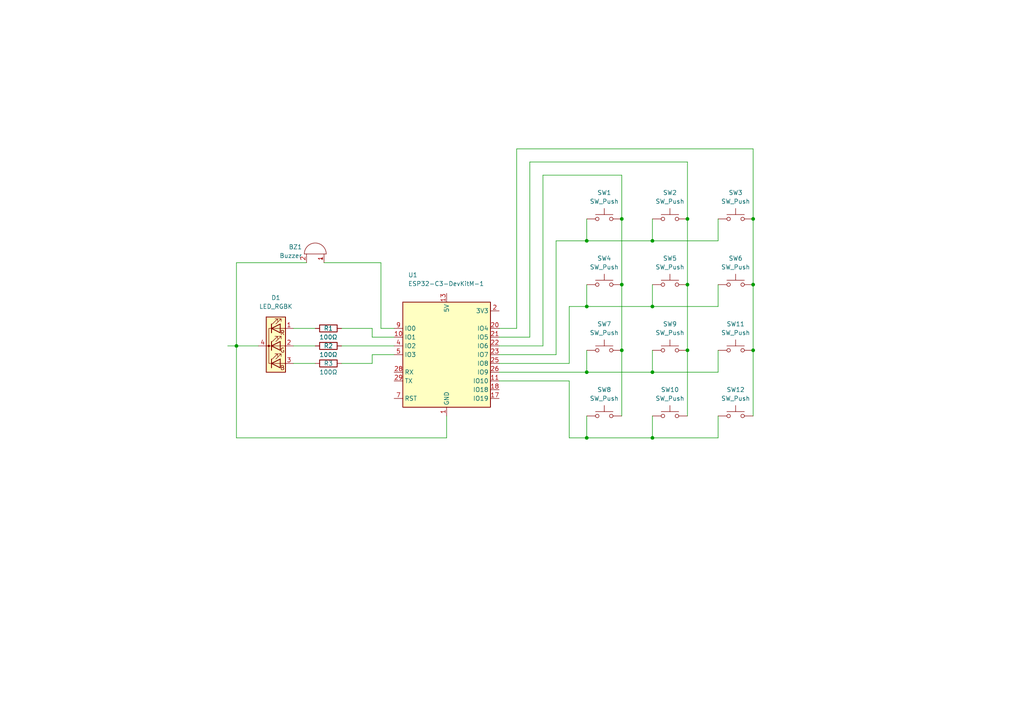
<source format=kicad_sch>
(kicad_sch (version 20250114) (generator "eeschema") (generator_version "9.0")
  (paper "A4")
  (title_block (title "Inlämning 04: Digitalteknik och Elektronik"))
  (lib_symbols
    (symbol "Device:Buzzer" (pin_names (offset 0.0254) (hide yes))
      (property "Reference" "BZ" (at 3.81 1.27 0))
      (property "Value" "Buzzer" (at 3.81 -1.27 0))
      (symbol "Buzzer_0_1"
        (polyline (pts (xy -1.651 1.905) (xy -1.143 1.905)))
        (polyline (pts (xy -1.397 2.159) (xy -1.397 1.651)))
        (arc (start 0 3.175) (mid 3.1612 0) (end 0 -3.175))
        (polyline (pts (xy 0 3.175) (xy 0 -3.175)))
      )
      (symbol "Buzzer_1_1"
        (pin passive line (at -2.54 2.54 0) (length 2.54) (name "+") (number "1"))
        (pin passive line (at -2.54 -2.54 0) (length 2.54) (name "-") (number "2"))
      )
    )
    (symbol "Device:LED_RGBK" (pin_names (offset 0) (hide yes))
      (property "Reference" "D" (at 0 9.398 0))
      (property "Value" "LED_RGBK" (at 0 -8.89 0))
      (symbol "LED_RGBK_0_0"
        (text "R" (at 1.905 3.81 0) (effects (font (size 1.27 1.27))))
        (text "G" (at 1.905 -1.27 0) (effects (font (size 1.27 1.27))))
        (text "B" (at 1.905 -6.35 0) (effects (font (size 1.27 1.27))))
      )
      (symbol "LED_RGBK_0_1"
        (circle (center -2.032 0) (radius 0.254) (fill (type outline)))
        (polyline (pts (xy -1.27 6.35) (xy -1.27 3.81)) (stroke (width 0.254)))
        (polyline (pts (xy -1.27 6.35) (xy -1.27 3.81) (xy -1.27 3.81)))
        (polyline (pts (xy -1.27 5.08) (xy 1.27 5.08)))
        (polyline (pts (xy -1.27 5.08) (xy -2.032 5.08) (xy -2.032 -5.08) (xy -1.016 -5.08)))
        (polyline (pts (xy -1.27 1.27) (xy -1.27 -1.27)) (stroke (width 0.254)))
        (polyline (pts (xy -1.27 1.27) (xy -1.27 -1.27) (xy -1.27 -1.27)))
        (polyline (pts (xy -1.27 0) (xy -2.54 0)))
        (polyline (pts (xy -1.27 -3.81) (xy -1.27 -6.35)) (stroke (width 0.254)))
        (polyline (pts (xy -1.27 -5.08) (xy 1.27 -5.08)))
        (polyline (pts (xy -1.016 6.35) (xy 0.508 7.874) (xy -0.254 7.874) (xy 0.508 7.874) (xy 0.508 7.112)))
        (polyline (pts (xy -1.016 1.27) (xy 0.508 2.794) (xy -0.254 2.794) (xy 0.508 2.794) (xy 0.508 2.032)))
        (polyline (pts (xy -1.016 -3.81) (xy 0.508 -2.286) (xy -0.254 -2.286) (xy 0.508 -2.286) (xy 0.508 -3.048)))
        (polyline (pts (xy 0 6.35) (xy 1.524 7.874) (xy 0.762 7.874) (xy 1.524 7.874) (xy 1.524 7.112)))
        (polyline (pts (xy 0 1.27) (xy 1.524 2.794) (xy 0.762 2.794) (xy 1.524 2.794) (xy 1.524 2.032)))
        (polyline (pts (xy 0 -3.81) (xy 1.524 -2.286) (xy 0.762 -2.286) (xy 1.524 -2.286) (xy 1.524 -3.048)))
        (polyline (pts (xy 1.27 6.35) (xy 1.27 3.81) (xy -1.27 5.08) (xy 1.27 6.35)) (stroke (width 0.254)))
        (rectangle (start 1.27 6.35) (end 1.27 6.35))
        (polyline (pts (xy 1.27 5.08) (xy 2.54 5.08)))
        (rectangle (start 1.27 3.81) (end 1.27 6.35))
        (polyline (pts (xy 1.27 1.27) (xy 1.27 -1.27) (xy -1.27 0) (xy 1.27 1.27)) (stroke (width 0.254)))
        (rectangle (start 1.27 1.27) (end 1.27 1.27))
        (polyline (pts (xy 1.27 0) (xy -1.27 0)))
        (polyline (pts (xy 1.27 0) (xy 2.54 0)))
        (rectangle (start 1.27 -1.27) (end 1.27 1.27))
        (polyline (pts (xy 1.27 -3.81) (xy 1.27 -6.35) (xy -1.27 -5.08) (xy 1.27 -3.81)) (stroke (width 0.254)))
        (polyline (pts (xy 1.27 -5.08) (xy 2.54 -5.08)))
        (rectangle (start 2.794 8.382) (end -2.794 -7.62) (stroke (width 0.254)) (fill (type background)))
      )
      (symbol "LED_RGBK_1_1"
        (pin passive line (at -5.08 0 0) (length 2.54) (name "K") (number "4"))
        (pin passive line (at 5.08 5.08 180) (length 2.54) (name "RA") (number "1"))
        (pin passive line (at 5.08 0 180) (length 2.54) (name "GA") (number "2"))
        (pin passive line (at 5.08 -5.08 180) (length 2.54) (name "BA") (number "3"))
      )
    )
    (symbol "Device:R" (pin_numbers (hide yes)) (pin_names (offset 0))
      (property "Reference" "R" (at 2.032 0 90))
      (property "Value" "R" (at 0 0 90))
      (symbol "R_0_1"
        (rectangle (start -1.016 -2.54) (end 1.016 2.54) (stroke (width 0.254)))
      )
      (symbol "R_1_1"
        (pin passive line (at 0 3.81 270) (length 1.27) (name "~") (number "1"))
        (pin passive line (at 0 -3.81 90) (length 1.27) (name "~") (number "2"))
      )
    )
    (symbol "RF_Module:ESP32-C3-DevKitM-1"
      (property "Reference" "U" (at 7.62 16.51 0))
      (property "Value" "ESP32-C3-DevKitM-1" (at 11.684 -16.764 0))
      (symbol "ESP32-C3-DevKitM-1_1_1"
        (rectangle (start -12.7 15.24) (end 12.7 -15.24) (stroke (width 0.254)) (fill (type background)))
        (pin bidirectional line (at -15.24 7.62 0) (length 2.54) (name "IO0") (number "9"))
        (pin bidirectional line (at -15.24 5.08 0) (length 2.54) (name "IO1") (number "10"))
        (pin bidirectional line (at -15.24 2.54 0) (length 2.54) (name "IO2") (number "4"))
        (pin bidirectional line (at -15.24 0 0) (length 2.54) (name "IO3") (number "5"))
        (pin input line (at -15.24 -5.08 0) (length 2.54) (name "RX") (number "28"))
        (pin output line (at -15.24 -7.62 0) (length 2.54) (name "TX") (number "29"))
        (pin input line (at -15.24 -12.7 0) (length 2.54) (name "RST") (number "7"))
        (pin passive line (at 0 17.78 270) (length 2.54) (name "5V") (number "13"))
        (pin passive line (at 0 17.78 270) (length 2.54) (hide yes) (name "5V") (number "14"))
        (pin power_in line (at 0 -17.78 90) (length 2.54) (name "GND") (number "1"))
        (pin passive line (at 0 -17.78 90) (length 2.54) (hide yes) (name "GND") (number "12"))
        (pin passive line (at 0 -17.78 90) (length 2.54) (hide yes) (name "GND") (number "15"))
        (pin passive line (at 0 -17.78 90) (length 2.54) (hide yes) (name "GND") (number "16"))
        (pin passive line (at 0 -17.78 90) (length 2.54) (hide yes) (name "GND") (number "19"))
        (pin passive line (at 0 -17.78 90) (length 2.54) (hide yes) (name "GND") (number "24"))
        (pin passive line (at 0 -17.78 90) (length 2.54) (hide yes) (name "GND") (number "27"))
        (pin passive line (at 0 -17.78 90) (length 2.54) (hide yes) (name "GND") (number "30"))
        (pin passive line (at 0 -17.78 90) (length 2.54) (hide yes) (name "GND") (number "6"))
        (pin passive line (at 0 -17.78 90) (length 2.54) (hide yes) (name "GND") (number "8"))
        (pin power_out line (at 15.24 12.7 180) (length 2.54) (name "3V3") (number "2"))
        (pin passive line (at 15.24 12.7 180) (length 2.54) (hide yes) (name "3V3") (number "3"))
        (pin bidirectional line (at 15.24 7.62 180) (length 2.54) (name "IO4") (number "20"))
        (pin bidirectional line (at 15.24 5.08 180) (length 2.54) (name "IO5") (number "21"))
        (pin bidirectional line (at 15.24 2.54 180) (length 2.54) (name "IO6") (number "22"))
        (pin bidirectional line (at 15.24 0 180) (length 2.54) (name "IO7") (number "23"))
        (pin bidirectional line (at 15.24 -2.54 180) (length 2.54) (name "IO8") (number "25"))
        (pin bidirectional line (at 15.24 -5.08 180) (length 2.54) (name "IO9") (number "26"))
        (pin bidirectional line (at 15.24 -7.62 180) (length 2.54) (name "IO10") (number "11"))
        (pin bidirectional line (at 15.24 -10.16 180) (length 2.54) (name "IO18") (number "18"))
        (pin bidirectional line (at 15.24 -12.7 180) (length 2.54) (name "IO19") (number "17"))
      )
    )
    (symbol "Switch:SW_Push" (pin_numbers (hide yes)) (pin_names (offset 1.016) (hide yes))
      (property "Reference" "SW" (at 1.27 2.54 0))
      (property "Value" "SW_Push" (at 0 -1.524 0))
      (symbol "SW_Push_0_1"
        (circle (center -2.032 0) (radius 0.508))
        (polyline (pts (xy 0 1.27) (xy 0 3.048)))
        (circle (center 2.032 0) (radius 0.508))
        (polyline (pts (xy 2.54 1.27) (xy -2.54 1.27)))
        (pin passive line (at -5.08 0 0) (length 2.54) (name "1") (number "1"))
        (pin passive line (at 5.08 0 180) (length 2.54) (name "2") (number "2"))
      )
    )
  )
  (junction (at 170.18 107.95))
  (junction (at 189.23 88.9))
  (junction (at 189.23 107.95))
  (junction (at 189.23 69.85))
  (junction (at 218.44 101.6))
  (junction (at 199.39 63.5))
  (junction (at 218.44 82.55))
  (junction (at 199.39 101.6))
  (junction (at 170.18 127))
  (junction (at 68.58 100.33))
  (junction (at 180.34 82.55))
  (junction (at 199.39 82.55))
  (junction (at 170.18 69.85))
  (junction (at 180.34 63.5))
  (junction (at 189.23 127))
  (junction (at 180.34 101.6))
  (junction (at 218.44 63.5))
  (junction (at 170.18 88.9))
  (wire (pts (xy 218.44 43.18) (xy 149.86 43.18)))
  (wire (pts (xy 85.09 105.41) (xy 91.44 105.41)))
  (wire (pts (xy 199.39 63.5) (xy 199.39 82.55)))
  (wire (pts (xy 170.18 107.95) (xy 144.78 107.95)))
  (wire (pts (xy 85.09 100.33) (xy 91.44 100.33)))
  (wire (pts (xy 161.29 102.87) (xy 144.78 102.87)))
  (wire (pts (xy 189.23 88.9) (xy 170.18 88.9)))
  (wire (pts (xy 189.23 69.85) (xy 170.18 69.85)))
  (wire (pts (xy 189.23 63.5) (xy 189.23 69.85)))
  (wire (pts (xy 153.67 97.79) (xy 144.78 97.79)))
  (wire (pts (xy 218.44 101.6) (xy 218.44 120.65)))
  (wire (pts (xy 107.95 95.25) (xy 107.95 97.79)))
  (wire (pts (xy 110.49 95.25) (xy 114.3 95.25)))
  (wire (pts (xy 208.28 69.85) (xy 189.23 69.85)))
  (wire (pts (xy 110.49 76.2) (xy 110.49 95.25)))
  (wire (pts (xy 149.86 95.25) (xy 144.78 95.25)))
  (wire (pts (xy 93.98 76.2) (xy 110.49 76.2)))
  (wire (pts (xy 180.34 63.5) (xy 180.34 50.8)))
  (wire (pts (xy 107.95 97.79) (xy 114.3 97.79)))
  (wire (pts (xy 68.58 100.33) (xy 66.04 100.33)))
  (wire (pts (xy 208.28 101.6) (xy 208.28 107.95)))
  (wire (pts (xy 208.28 107.95) (xy 189.23 107.95)))
  (wire (pts (xy 99.06 100.33) (xy 114.3 100.33)))
  (wire (pts (xy 170.18 82.55) (xy 170.18 88.9)))
  (wire (pts (xy 149.86 43.18) (xy 149.86 95.25)))
  (wire (pts (xy 170.18 127) (xy 189.23 127)))
  (wire (pts (xy 189.23 101.6) (xy 189.23 107.95)))
  (wire (pts (xy 74.93 100.33) (xy 68.58 100.33)))
  (wire (pts (xy 129.54 120.65) (xy 129.54 127)))
  (wire (pts (xy 99.06 105.41) (xy 107.95 105.41)))
  (wire (pts (xy 218.44 63.5) (xy 218.44 43.18)))
  (wire (pts (xy 189.23 120.65) (xy 189.23 127)))
  (wire (pts (xy 161.29 69.85) (xy 161.29 102.87)))
  (wire (pts (xy 208.28 88.9) (xy 189.23 88.9)))
  (wire (pts (xy 99.06 95.25) (xy 107.95 95.25)))
  (wire (pts (xy 68.58 76.2) (xy 68.58 100.33)))
  (wire (pts (xy 208.28 120.65) (xy 208.28 127)))
  (wire (pts (xy 107.95 102.87) (xy 114.3 102.87)))
  (wire (pts (xy 165.1 105.41) (xy 144.78 105.41)))
  (wire (pts (xy 208.28 63.5) (xy 208.28 69.85)))
  (wire (pts (xy 170.18 101.6) (xy 170.18 107.95)))
  (wire (pts (xy 153.67 46.99) (xy 153.67 97.79)))
  (wire (pts (xy 199.39 101.6) (xy 199.39 120.65)))
  (wire (pts (xy 180.34 82.55) (xy 180.34 101.6)))
  (wire (pts (xy 208.28 82.55) (xy 208.28 88.9)))
  (wire (pts (xy 180.34 63.5) (xy 180.34 82.55)))
  (wire (pts (xy 157.48 50.8) (xy 157.48 100.33)))
  (wire (pts (xy 189.23 82.55) (xy 189.23 88.9)))
  (wire (pts (xy 189.23 127) (xy 208.28 127)))
  (wire (pts (xy 165.1 105.41) (xy 165.1 88.9)))
  (wire (pts (xy 68.58 127) (xy 129.54 127)))
  (wire (pts (xy 218.44 63.5) (xy 218.44 82.55)))
  (wire (pts (xy 157.48 100.33) (xy 144.78 100.33)))
  (wire (pts (xy 68.58 76.2) (xy 88.9 76.2)))
  (wire (pts (xy 180.34 101.6) (xy 180.34 120.65)))
  (wire (pts (xy 170.18 127) (xy 165.1 127)))
  (wire (pts (xy 199.39 63.5) (xy 199.39 46.99)))
  (wire (pts (xy 170.18 69.85) (xy 161.29 69.85)))
  (wire (pts (xy 199.39 46.99) (xy 153.67 46.99)))
  (wire (pts (xy 218.44 82.55) (xy 218.44 101.6)))
  (wire (pts (xy 170.18 63.5) (xy 170.18 69.85)))
  (wire (pts (xy 170.18 88.9) (xy 165.1 88.9)))
  (wire (pts (xy 107.95 105.41) (xy 107.95 102.87)))
  (wire (pts (xy 170.18 120.65) (xy 170.18 127)))
  (wire (pts (xy 189.23 107.95) (xy 170.18 107.95)))
  (wire (pts (xy 165.1 110.49) (xy 144.78 110.49)))
  (wire (pts (xy 165.1 127) (xy 165.1 110.49)))
  (wire (pts (xy 180.34 50.8) (xy 157.48 50.8)))
  (wire (pts (xy 68.58 100.33) (xy 68.58 127)))
  (wire (pts (xy 199.39 82.55) (xy 199.39 101.6)))
  (wire (pts (xy 85.09 95.25) (xy 91.44 95.25)))
  (symbol (lib_id "Switch:SW_Push") (at 194.31 63.5 0) (unit 1)
    (property "Reference" "SW2" (at 194.31 55.88 0))
    (property "Value" "SW_Push" (at 194.31 58.42 0))
    (property "Description" "Push button switch, generic, two pins" (effects (hide yes)))
  )
  (symbol (lib_id "Device:R") (at 95.25 100.33 90) (unit 1)
    (property "Reference" "R1" (at 95.25 95.25 90))
    (property "Value" "100Ω" (at 95.25 97.79 90))
    (property "Description" "Resistor" (effects (hide yes)))
  )
  (symbol (lib_id "Device:R") (at 95.25 95.25 90) (unit 1)
    (property "Reference" "R2" (at 95.25 100.33 90))
    (property "Value" "100Ω" (at 95.25 102.87 90))
    (property "Description" "Resistor" (effects (hide yes)))
  )
  (symbol (lib_id "Switch:SW_Push") (at 213.36 82.55 0) (unit 1)
    (property "Reference" "SW6" (at 213.36 74.93 0))
    (property "Value" "SW_Push" (at 213.36 77.47 0))
    (property "Description" "Push button switch, generic, two pins" (effects (hide yes)))
  )
  (symbol (lib_id "Switch:SW_Push") (at 213.36 120.65 0) (unit 1)
    (property "Reference" "SW12" (at 213.36 113.03 0))
    (property "Value" "SW_Push" (at 213.36 115.57 0))
    (property "Description" "Push button switch, generic, two pins" (effects (hide yes)))
  )
  (symbol (lib_id "Switch:SW_Push") (at 194.31 120.65 0) (unit 1)
    (property "Reference" "SW10" (at 194.31 113.03 0))
    (property "Value" "SW_Push" (at 194.31 115.57 0))
    (property "Description" "Push button switch, generic, two pins" (effects (hide yes)))
  )
  (symbol (lib_id "RF_Module:ESP32-C3-DevKitM-1") (at 129.54 102.87 0) (unit 1)
    (property "Reference" "U1" (at 118.364 79.756 0) (effects (justify left)))
    (property "Value" "ESP32-C3-DevKitM-1" (at 118.364 82.296 0) (effects (justify left)))
    (property "Footprint" "RF_Module:ESP32-C3-DevKitM-1" (effects (hide yes)))
    (property "Datasheet" "https://docs.espressif.com/projects/esp-idf/en/latest/esp32c3/hw-reference/esp32c3/user-guide-devkitm-1.html" (effects (hide yes)))
    (property "Description" "Development board featuring ESP32-C3-MINI-1 module" (effects (hide yes)))
  )
  (symbol (lib_id "Switch:SW_Push") (at 175.26 120.65 0) (unit 1)
    (property "Reference" "SW8" (at 175.26 113.03 0))
    (property "Value" "SW_Push" (at 175.26 115.57 0))
    (property "Description" "Push button switch, generic, two pins" (effects (hide yes)))
  )
  (symbol (lib_id "Switch:SW_Push") (at 175.26 101.6 0) (unit 1)
    (property "Reference" "SW7" (at 175.26 93.98 0))
    (property "Value" "SW_Push" (at 175.26 96.52 0))
    (property "Description" "Push button switch, generic, two pins" (effects (hide yes)))
  )
  (symbol (lib_id "Device:LED_RGBK") (at 80.01 100.33 0) (unit 1)
    (property "Reference" "D1" (at 80.01 86.36 0))
    (property "Value" "LED_RGBK" (at 80.01 88.9 0))
    (property "Description" "RGB LED, red/green/blue/cathode" (effects (hide yes)))
  )
  (symbol (lib_id "Switch:SW_Push") (at 175.26 63.5 0) (unit 1)
    (property "Reference" "SW1" (at 175.26 55.88 0))
    (property "Value" "SW_Push" (at 175.26 58.42 0))
    (property "Description" "Push button switch, generic, two pins" (effects (hide yes)))
  )
  (symbol (lib_id "Device:R") (at 95.25 105.41 90) (unit 1)
    (property "Reference" "R3" (at 95.25 105.41 90))
    (property "Value" "100Ω" (at 95.25 107.95 90))
    (property "Description" "Resistor" (effects (hide yes)))
  )
  (symbol (lib_id "Switch:SW_Push") (at 194.31 82.55 0) (unit 1)
    (property "Reference" "SW5" (at 194.31 74.93 0))
    (property "Value" "SW_Push" (at 194.31 77.47 0))
    (property "Description" "Push button switch, generic, two pins" (effects (hide yes)))
  )
  (symbol (lib_id "Device:Buzzer") (at 91.44 73.66 270) (mirror x) (unit 1)
    (property "Reference" "BZ1" (at 87.63 71.6348 90) (effects (justify right)))
    (property "Value" "Buzzer" (at 87.63 74.1748 90) (effects (justify right)))
    (property "Description" "Buzzer, polarized" (effects (hide yes)))
  )
  (symbol (lib_id "Switch:SW_Push") (at 213.36 101.6 0) (unit 1)
    (property "Reference" "SW11" (at 213.36 93.98 0))
    (property "Value" "SW_Push" (at 213.36 96.52 0))
    (property "Description" "Push button switch, generic, two pins" (effects (hide yes)))
  )
  (symbol (lib_id "Switch:SW_Push") (at 213.36 63.5 0) (unit 1)
    (property "Reference" "SW3" (at 213.36 55.88 0))
    (property "Value" "SW_Push" (at 213.36 58.42 0))
    (property "Description" "Push button switch, generic, two pins" (effects (hide yes)))
  )
  (symbol (lib_id "Switch:SW_Push") (at 175.26 82.55 0) (unit 1)
    (property "Reference" "SW4" (at 175.26 74.93 0))
    (property "Value" "SW_Push" (at 175.26 77.47 0))
    (property "Description" "Push button switch, generic, two pins" (effects (hide yes)))
  )
  (symbol (lib_id "Switch:SW_Push") (at 194.31 101.6 0) (unit 1)
    (property "Reference" "SW9" (at 194.31 93.98 0))
    (property "Value" "SW_Push" (at 194.31 96.52 0))
    (property "Description" "Push button switch, generic, two pins" (effects (hide yes)))
  )
)
</source>
